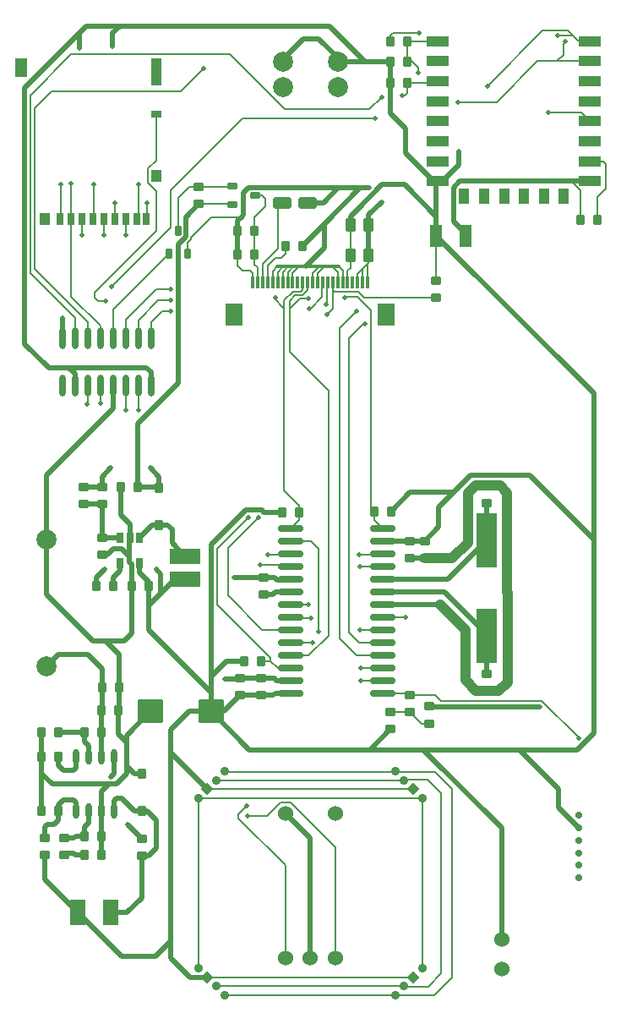
<source format=gtl>
G04 Layer_Physical_Order=1*
G04 Layer_Color=255*
%FSLAX44Y44*%
%MOMM*%
G71*
G01*
G75*
G04:AMPARAMS|DCode=10|XSize=1mm|YSize=0.9mm|CornerRadius=0.1125mm|HoleSize=0mm|Usage=FLASHONLY|Rotation=0.000|XOffset=0mm|YOffset=0mm|HoleType=Round|Shape=RoundedRectangle|*
%AMROUNDEDRECTD10*
21,1,1.0000,0.6750,0,0,0.0*
21,1,0.7750,0.9000,0,0,0.0*
1,1,0.2250,0.3875,-0.3375*
1,1,0.2250,-0.3875,-0.3375*
1,1,0.2250,-0.3875,0.3375*
1,1,0.2250,0.3875,0.3375*
%
%ADD10ROUNDEDRECTD10*%
%ADD11R,2.0000X5.5000*%
%ADD12R,1.3000X1.9000*%
%ADD13R,1.0000X2.8000*%
%ADD14R,1.0000X0.8000*%
%ADD15R,1.0000X1.2000*%
%ADD16R,0.7000X1.2000*%
%ADD17O,2.6000X0.7000*%
G04:AMPARAMS|DCode=18|XSize=1mm|YSize=0.9mm|CornerRadius=0.1125mm|HoleSize=0mm|Usage=FLASHONLY|Rotation=270.000|XOffset=0mm|YOffset=0mm|HoleType=Round|Shape=RoundedRectangle|*
%AMROUNDEDRECTD18*
21,1,1.0000,0.6750,0,0,270.0*
21,1,0.7750,0.9000,0,0,270.0*
1,1,0.2250,-0.3375,-0.3875*
1,1,0.2250,-0.3375,0.3875*
1,1,0.2250,0.3375,0.3875*
1,1,0.2250,0.3375,-0.3875*
%
%ADD18ROUNDEDRECTD18*%
G04:AMPARAMS|DCode=19|XSize=1.8mm|YSize=1.2mm|CornerRadius=0.15mm|HoleSize=0mm|Usage=FLASHONLY|Rotation=180.000|XOffset=0mm|YOffset=0mm|HoleType=Round|Shape=RoundedRectangle|*
%AMROUNDEDRECTD19*
21,1,1.8000,0.9000,0,0,180.0*
21,1,1.5000,1.2000,0,0,180.0*
1,1,0.3000,-0.7500,0.4500*
1,1,0.3000,0.7500,0.4500*
1,1,0.3000,0.7500,-0.4500*
1,1,0.3000,-0.7500,-0.4500*
%
%ADD19ROUNDEDRECTD19*%
%ADD20R,1.8000X2.2000*%
%ADD21R,0.3000X1.3000*%
G04:AMPARAMS|DCode=22|XSize=0.6mm|YSize=1mm|CornerRadius=0.075mm|HoleSize=0mm|Usage=FLASHONLY|Rotation=270.000|XOffset=0mm|YOffset=0mm|HoleType=Round|Shape=RoundedRectangle|*
%AMROUNDEDRECTD22*
21,1,0.6000,0.8500,0,0,270.0*
21,1,0.4500,1.0000,0,0,270.0*
1,1,0.1500,-0.4250,-0.2250*
1,1,0.1500,-0.4250,0.2250*
1,1,0.1500,0.4250,0.2250*
1,1,0.1500,0.4250,-0.2250*
%
%ADD22ROUNDEDRECTD22*%
G04:AMPARAMS|DCode=23|XSize=1.4mm|YSize=1mm|CornerRadius=0.125mm|HoleSize=0mm|Usage=FLASHONLY|Rotation=270.000|XOffset=0mm|YOffset=0mm|HoleType=Round|Shape=RoundedRectangle|*
%AMROUNDEDRECTD23*
21,1,1.4000,0.7500,0,0,270.0*
21,1,1.1500,1.0000,0,0,270.0*
1,1,0.2500,-0.3750,-0.5750*
1,1,0.2500,-0.3750,0.5750*
1,1,0.2500,0.3750,0.5750*
1,1,0.2500,0.3750,-0.5750*
%
%ADD23ROUNDEDRECTD23*%
G04:AMPARAMS|DCode=24|XSize=0.6mm|YSize=1.1mm|CornerRadius=0.075mm|HoleSize=0mm|Usage=FLASHONLY|Rotation=180.000|XOffset=0mm|YOffset=0mm|HoleType=Round|Shape=RoundedRectangle|*
%AMROUNDEDRECTD24*
21,1,0.6000,0.9500,0,0,180.0*
21,1,0.4500,1.1000,0,0,180.0*
1,1,0.1500,-0.2250,0.4750*
1,1,0.1500,0.2250,0.4750*
1,1,0.1500,0.2250,-0.4750*
1,1,0.1500,-0.2250,-0.4750*
%
%ADD24ROUNDEDRECTD24*%
G04:AMPARAMS|DCode=25|XSize=0.8mm|YSize=1mm|CornerRadius=0.1mm|HoleSize=0mm|Usage=FLASHONLY|Rotation=0.000|XOffset=0mm|YOffset=0mm|HoleType=Round|Shape=RoundedRectangle|*
%AMROUNDEDRECTD25*
21,1,0.8000,0.8000,0,0,0.0*
21,1,0.6000,1.0000,0,0,0.0*
1,1,0.2000,0.3000,-0.4000*
1,1,0.2000,-0.3000,-0.4000*
1,1,0.2000,-0.3000,0.4000*
1,1,0.2000,0.3000,0.4000*
%
%ADD25ROUNDEDRECTD25*%
%ADD26O,0.6000X2.2000*%
%ADD27O,0.6000X1.6000*%
G04:AMPARAMS|DCode=28|XSize=2.45mm|YSize=2.55mm|CornerRadius=0.245mm|HoleSize=0mm|Usage=FLASHONLY|Rotation=90.000|XOffset=0mm|YOffset=0mm|HoleType=Round|Shape=RoundedRectangle|*
%AMROUNDEDRECTD28*
21,1,2.4500,2.0600,0,0,90.0*
21,1,1.9600,2.5500,0,0,90.0*
1,1,0.4900,1.0300,0.9800*
1,1,0.4900,1.0300,-0.9800*
1,1,0.4900,-1.0300,-0.9800*
1,1,0.4900,-1.0300,0.9800*
%
%ADD28ROUNDEDRECTD28*%
G04:AMPARAMS|DCode=29|XSize=0.6mm|YSize=1mm|CornerRadius=0.075mm|HoleSize=0mm|Usage=FLASHONLY|Rotation=0.000|XOffset=0mm|YOffset=0mm|HoleType=Round|Shape=RoundedRectangle|*
%AMROUNDEDRECTD29*
21,1,0.6000,0.8500,0,0,0.0*
21,1,0.4500,1.0000,0,0,0.0*
1,1,0.1500,0.2250,-0.4250*
1,1,0.1500,-0.2250,-0.4250*
1,1,0.1500,-0.2250,0.4250*
1,1,0.1500,0.2250,0.4250*
%
%ADD29ROUNDEDRECTD29*%
%ADD30R,3.0500X1.5200*%
%ADD31R,1.5500X2.6000*%
%ADD32R,1.0000X1.5000*%
%ADD33R,2.2500X1.0000*%
%ADD34R,1.1430X2.2860*%
%ADD35C,0.2000*%
%ADD36C,0.5000*%
%ADD37C,0.3000*%
%ADD38C,1.0000*%
%ADD39C,1.5240*%
%ADD40C,2.0000*%
%ADD41C,0.9000*%
%ADD42P,1.2728X4X90.0*%
%ADD43P,1.2728X4X180.0*%
%ADD44C,0.7000*%
%ADD45C,0.5000*%
D10*
X253500Y423000D02*
D03*
Y440000D02*
D03*
X400000Y305500D02*
D03*
Y322500D02*
D03*
X380500Y288500D02*
D03*
Y305500D02*
D03*
X477000Y532000D02*
D03*
Y515000D02*
D03*
X477000Y327000D02*
D03*
Y344000D02*
D03*
X419500Y294000D02*
D03*
Y311000D02*
D03*
X399500Y476500D02*
D03*
Y459500D02*
D03*
X415000Y476500D02*
D03*
Y459500D02*
D03*
X229500Y322000D02*
D03*
Y339000D02*
D03*
X250500Y322000D02*
D03*
Y339000D02*
D03*
X188500Y814250D02*
D03*
Y831250D02*
D03*
X91250Y480250D02*
D03*
Y463250D02*
D03*
Y530500D02*
D03*
Y513500D02*
D03*
X73250Y530500D02*
D03*
Y513500D02*
D03*
X53500Y179750D02*
D03*
Y162750D02*
D03*
X131500Y178500D02*
D03*
Y161500D02*
D03*
X34070Y162750D02*
D03*
Y179750D02*
D03*
X425767Y737500D02*
D03*
Y720500D02*
D03*
D11*
X477000Y382000D02*
D03*
Y477000D02*
D03*
D12*
X10500Y950500D02*
D03*
D13*
X145500Y946000D02*
D03*
D14*
Y904500D02*
D03*
D15*
Y842500D02*
D03*
X34000Y799500D02*
D03*
D16*
X136000D02*
D03*
X126500D02*
D03*
X115500D02*
D03*
X104500D02*
D03*
X93500D02*
D03*
X82500D02*
D03*
X71500D02*
D03*
X60500D02*
D03*
X49500D02*
D03*
D17*
X372500Y323950D02*
D03*
Y336650D02*
D03*
Y349350D02*
D03*
Y362050D02*
D03*
Y374750D02*
D03*
Y387450D02*
D03*
Y400150D02*
D03*
Y412850D02*
D03*
Y425550D02*
D03*
Y438250D02*
D03*
Y450950D02*
D03*
Y463650D02*
D03*
Y476350D02*
D03*
Y489050D02*
D03*
X280500Y323950D02*
D03*
Y336650D02*
D03*
Y349350D02*
D03*
Y362050D02*
D03*
Y374750D02*
D03*
Y387450D02*
D03*
Y400150D02*
D03*
Y412850D02*
D03*
Y425550D02*
D03*
Y438250D02*
D03*
Y450950D02*
D03*
Y463650D02*
D03*
Y476350D02*
D03*
Y489050D02*
D03*
D18*
X275000Y772250D02*
D03*
X292000D02*
D03*
X227250Y787500D02*
D03*
X244250D02*
D03*
X244250Y763750D02*
D03*
X227250D02*
D03*
X138000Y431500D02*
D03*
X121000D02*
D03*
X85750Y431750D02*
D03*
X102750D02*
D03*
X127250Y530500D02*
D03*
X110250D02*
D03*
X91000Y307500D02*
D03*
X108000D02*
D03*
X48000Y260250D02*
D03*
X31000D02*
D03*
X48000Y206250D02*
D03*
X31000D02*
D03*
X74000Y285250D02*
D03*
X91000D02*
D03*
X73830Y162370D02*
D03*
X90830D02*
D03*
X73830Y181420D02*
D03*
X90830D02*
D03*
X272000Y505500D02*
D03*
X289000D02*
D03*
X31000Y285250D02*
D03*
X48000D02*
D03*
X91250Y329750D02*
D03*
X108250D02*
D03*
X234000Y356500D02*
D03*
X251000D02*
D03*
X397500Y977000D02*
D03*
X380500D02*
D03*
X380500Y956250D02*
D03*
X397500D02*
D03*
X380500Y935500D02*
D03*
X397500D02*
D03*
X381000Y506500D02*
D03*
X364000D02*
D03*
X588000Y798500D02*
D03*
X571000D02*
D03*
D19*
X297750Y815500D02*
D03*
X271750D02*
D03*
D20*
X223500Y703500D02*
D03*
X376500D02*
D03*
D21*
X242500Y736000D02*
D03*
X247500D02*
D03*
X252500D02*
D03*
X257500D02*
D03*
X262500D02*
D03*
X267500D02*
D03*
X272500D02*
D03*
X277500D02*
D03*
X282500D02*
D03*
X287500D02*
D03*
X292500D02*
D03*
X297500D02*
D03*
X302500D02*
D03*
X307500D02*
D03*
X312500D02*
D03*
X317500D02*
D03*
X322500D02*
D03*
X327500D02*
D03*
X332500D02*
D03*
X337500D02*
D03*
X342500D02*
D03*
X347500D02*
D03*
X352500D02*
D03*
X357500D02*
D03*
D22*
X245000Y823000D02*
D03*
X222000Y813500D02*
D03*
Y832500D02*
D03*
D23*
X358500Y792750D02*
D03*
X340500D02*
D03*
Y763000D02*
D03*
X358500D02*
D03*
D24*
X109750Y454250D02*
D03*
X128750Y480250D02*
D03*
X119250D02*
D03*
X109750D02*
D03*
X128750Y454250D02*
D03*
D25*
X131500Y243500D02*
D03*
Y206500D02*
D03*
X148750Y493000D02*
D03*
Y530000D02*
D03*
D26*
X140450Y680000D02*
D03*
X127750D02*
D03*
X115050D02*
D03*
X102350D02*
D03*
X89650D02*
D03*
X76950D02*
D03*
X64250D02*
D03*
X140450Y632000D02*
D03*
X127750D02*
D03*
X115050D02*
D03*
X102350D02*
D03*
X89650D02*
D03*
X76950D02*
D03*
X64250D02*
D03*
X51550Y680000D02*
D03*
Y632000D02*
D03*
D27*
X103610Y260280D02*
D03*
X90910D02*
D03*
X78210D02*
D03*
X65510D02*
D03*
X103610Y206280D02*
D03*
X90910D02*
D03*
X78210D02*
D03*
X65510D02*
D03*
D28*
X140250Y306000D02*
D03*
X200750D02*
D03*
D29*
X167750Y787500D02*
D03*
X177250Y764500D02*
D03*
X158250D02*
D03*
D30*
X175000Y438550D02*
D03*
Y461450D02*
D03*
D31*
X67100Y104500D02*
D03*
X99900D02*
D03*
D32*
X554250Y822000D02*
D03*
X534250D02*
D03*
X514250D02*
D03*
X494250D02*
D03*
X474250D02*
D03*
X454250D02*
D03*
D33*
X428000Y837000D02*
D03*
Y857000D02*
D03*
Y877000D02*
D03*
Y897000D02*
D03*
Y917000D02*
D03*
Y937000D02*
D03*
Y957000D02*
D03*
Y977000D02*
D03*
X580500D02*
D03*
Y957000D02*
D03*
Y937000D02*
D03*
Y917000D02*
D03*
Y897000D02*
D03*
Y877000D02*
D03*
Y857000D02*
D03*
Y837000D02*
D03*
D34*
X455605Y782000D02*
D03*
X426395D02*
D03*
D35*
X160000Y790500D02*
Y827500D01*
X100750Y731250D02*
X160000Y790500D01*
X76750Y614000D02*
X76950Y614200D01*
Y632000D01*
X135500Y800000D02*
X136500Y801000D01*
X308000Y385500D02*
Y468500D01*
X308500Y469000D01*
X299000Y709500D02*
X300500D01*
X312000Y721000D01*
X316500Y703000D02*
X323000Y709500D01*
X317000Y734500D02*
X318000Y735500D01*
X317000Y715000D02*
Y734500D01*
X316000Y714000D02*
X317000Y715000D01*
X312000Y721000D02*
Y735500D01*
X151500Y706500D02*
X160000D01*
X140450Y695450D02*
X151500Y706500D01*
X147750Y717750D02*
X160000D01*
X127750Y697750D02*
X147750Y717750D01*
X146000Y729000D02*
X160000D01*
X115050Y698050D02*
X146000Y729000D01*
X547500Y957000D02*
X580500D01*
X528000D02*
X547500D01*
X553500Y963000D01*
Y974500D02*
X556000Y977000D01*
X553500Y963000D02*
Y974500D01*
X563500Y982500D02*
X568500Y977500D01*
X558500Y987500D02*
X563500Y982500D01*
X548000D02*
X563500D01*
X533000Y987500D02*
X558500D01*
X477500Y932000D02*
X533000Y987500D01*
X487000Y916000D02*
X528000Y957000D01*
X448000Y916000D02*
X487000D01*
X539000Y906000D02*
X571500D01*
X571500Y906000D01*
X408500Y945500D02*
Y950500D01*
X397500Y956250D02*
X400125Y958875D01*
X383000Y985500D02*
X409000D01*
X380500Y983000D02*
X383000Y985500D01*
X89650Y614150D02*
Y632000D01*
X263500Y720000D02*
X265000D01*
X257500Y463000D02*
X279850D01*
X280500Y463650D01*
Y400150D02*
X281150Y399500D01*
X301000D01*
X280750Y375000D02*
X281250Y374500D01*
X302500D01*
X350050Y387450D02*
X372500D01*
X350000Y387500D02*
X350050Y387450D01*
X136500Y801000D02*
Y815500D01*
X104500Y799500D02*
Y815000D01*
X250000Y452500D02*
X278950D01*
X280500Y450950D01*
X580000Y977500D02*
X580500Y977000D01*
X568500Y977500D02*
X580000D01*
X280500Y489050D02*
X289000Y497550D01*
X280500Y412850D02*
X297850D01*
X372500Y400150D02*
X395850D01*
X280500Y362050D02*
X298550D01*
X280500Y374750D02*
X280750Y375000D01*
X372500Y323950D02*
X398550D01*
X280500Y476350D02*
X301150D01*
X394250Y30597D02*
Y30980D01*
X402770Y245210D02*
X402770Y245210D01*
X442000Y40000D02*
Y228500D01*
X424000Y22000D02*
X442000Y40000D01*
X385270Y22000D02*
X424000D01*
X205730Y30597D02*
Y30980D01*
X187769Y48941D02*
X187769Y48941D01*
X187769Y48941D02*
Y219270D01*
X394250Y30980D02*
X394250Y30980D01*
X205730Y30980D02*
X394250D01*
X214710Y22000D02*
X385270D01*
X242500Y736000D02*
Y744750D01*
X239750Y747500D02*
X242500Y744750D01*
X232250Y747500D02*
X239750D01*
X227250Y752500D02*
X232250Y747500D01*
X227250Y752500D02*
Y763750D01*
X244250Y753750D02*
Y763750D01*
Y753750D02*
X247500Y750500D01*
Y736000D02*
Y750500D01*
X252500Y754500D02*
X267500Y769500D01*
X252500Y736000D02*
Y754500D01*
X289000Y497550D02*
Y505500D01*
X179000Y831250D02*
X188500D01*
X267500Y811250D02*
X271750Y815500D01*
X267500Y769500D02*
Y811250D01*
X340500Y763000D02*
Y792750D01*
X221250Y814250D02*
X222000Y813500D01*
X188500Y814250D02*
X221250D01*
X220750Y831250D02*
X222000Y832500D01*
X188500Y831250D02*
X220750D01*
X201000Y801000D02*
X231000D01*
X352500Y749000D02*
X357500Y754000D01*
X347500Y744000D02*
X352500Y749000D01*
Y736000D02*
Y749000D01*
X347500Y736000D02*
Y744000D01*
X277500Y745750D02*
X283250Y751500D01*
X277500Y736000D02*
Y745750D01*
X272500D02*
X278250Y751500D01*
X272500Y736000D02*
Y745750D01*
X273000Y751500D02*
X273250D01*
X267500Y746000D02*
X273000Y751500D01*
X267500Y736000D02*
Y746000D01*
X262500Y747000D02*
X267000Y751500D01*
X262500Y736000D02*
Y747000D01*
X328500Y751500D02*
X332500Y747500D01*
Y736000D02*
Y747500D01*
X257500Y736000D02*
X257500Y736000D01*
X257500Y736000D02*
Y752500D01*
X265000Y760000D01*
X270750D01*
X275000Y764250D01*
X244250Y787500D02*
X244250Y787500D01*
Y763750D02*
Y787500D01*
X244250Y787500D02*
Y800500D01*
X255250Y811500D01*
Y819750D01*
X252000Y823000D02*
X255250Y819750D01*
X245000Y823000D02*
X252000D01*
X397500Y977000D02*
X428000D01*
X397500Y956250D02*
Y977000D01*
X397500Y977000D01*
X571500Y906000D02*
X580500Y897000D01*
X167750Y820000D02*
X179000Y831250D01*
X380500Y305500D02*
X400000D01*
X411500Y294000D01*
X419500D01*
X398550Y323950D02*
X400000Y322500D01*
X394250Y237230D02*
Y237614D01*
X425290Y245210D02*
X442000Y228500D01*
X402770Y245210D02*
X425290D01*
X187769Y219270D02*
X188153Y218885D01*
X412211Y48941D02*
Y219269D01*
X205730Y237230D02*
X394250D01*
X394250Y237230D01*
X418097Y30597D02*
X431500Y44000D01*
X417887Y237614D02*
X431500Y224000D01*
Y44000D02*
Y224000D01*
X196749Y39961D02*
X403230D01*
X403231Y39960D01*
X350650Y336650D02*
X372500D01*
X350650Y349350D02*
X372500D01*
X214710Y246210D02*
X215710Y245210D01*
X327500Y736000D02*
Y746000D01*
X322000Y751500D02*
X327500Y746000D01*
X337500Y736000D02*
Y747250D01*
X340500Y750250D01*
Y763000D01*
X135500Y800000D02*
X136000Y799500D01*
X177250Y764500D02*
Y775297D01*
X180750Y778797D01*
Y780750D01*
X201000Y801000D01*
X126500Y799500D02*
X126500Y799500D01*
X64250Y680000D02*
Y700250D01*
X19500Y923000D02*
X60500Y964000D01*
X274814Y909000D02*
X359500D01*
X76950Y680000D02*
Y696050D01*
X23500Y749500D02*
X76950Y696050D01*
X19500Y745000D02*
X64250Y700250D01*
X60500Y964000D02*
X219814D01*
X23500Y910000D02*
X40500Y927000D01*
X170500D01*
X193000Y949500D01*
X89650Y680000D02*
Y692350D01*
X60500Y721500D02*
X89650Y692350D01*
X102350Y680000D02*
Y708600D01*
X127750Y680000D02*
Y697750D01*
X317500Y736000D02*
X318000Y735500D01*
X140450Y680000D02*
Y695450D01*
X279900Y400750D02*
X280500Y400150D01*
X400000Y322500D02*
X425000D01*
X569000Y279000D02*
Y279778D01*
X267650Y349350D02*
X280500D01*
X251000Y356500D02*
X260500D01*
X267650Y349350D01*
X260500Y356500D02*
Y359343D01*
X307500Y736000D02*
Y744500D01*
X314500Y751500D01*
X302500Y736000D02*
Y744500D01*
X309500Y751500D01*
X364000Y497550D02*
X372500Y489050D01*
X364000Y497550D02*
Y506500D01*
X270601Y214620D02*
X280380D01*
X325000Y170000D01*
Y59000D02*
Y170000D01*
X237000Y201000D02*
X256981D01*
X270601Y214620D01*
X275000Y59000D02*
Y152000D01*
X228000Y199000D02*
X275000Y152000D01*
X228000Y199000D02*
Y203000D01*
X236500Y211500D01*
X252050Y387450D02*
X280500D01*
X217500Y422000D02*
X252050Y387450D01*
X298550Y362050D02*
X318500Y382000D01*
X207000Y412843D02*
Y469222D01*
X217500Y422000D02*
Y469500D01*
X207000Y412843D02*
X260500Y359343D01*
X217500Y469500D02*
X248500Y500500D01*
X301150Y476350D02*
X308500Y469000D01*
X207000Y469222D02*
X237778Y500000D01*
X238500D01*
X115050Y607950D02*
Y632000D01*
X357500Y736000D02*
Y754000D01*
X282500Y736000D02*
Y745000D01*
X289000Y751500D01*
X289000Y505500D02*
Y512000D01*
X102350Y708600D02*
X158250Y764500D01*
X137500Y835257D02*
Y849743D01*
X145500Y857743D01*
Y904500D01*
X137500Y835257D02*
X145500Y827257D01*
X87000Y717000D02*
X95000D01*
X84000Y720000D02*
X87000Y717000D01*
X71500Y783000D02*
Y799500D01*
X115050Y680000D02*
Y698050D01*
X318500Y382000D02*
Y627000D01*
X274000Y527000D02*
X289000Y512000D01*
X290243Y726500D02*
X292000Y728257D01*
Y735500D01*
X292500Y736000D01*
X274000Y717500D02*
X283000Y726500D01*
X290243D01*
X297000Y735500D02*
X297500Y736000D01*
X297000Y727600D02*
Y735500D01*
X115500Y783000D02*
Y799500D01*
X291900Y722500D02*
X297000Y727600D01*
X274000Y527000D02*
Y709500D01*
Y717500D01*
X346450Y362050D02*
X372500D01*
X329500Y379000D02*
X346450Y362050D01*
X357500Y754000D02*
X358500Y755000D01*
Y763000D01*
X426500Y935500D02*
X428000Y937000D01*
X397500Y935500D02*
X426500D01*
X348750Y374750D02*
X372500D01*
X338500Y385000D02*
X348750Y374750D01*
X338500Y385000D02*
Y679500D01*
X329500Y379000D02*
Y689500D01*
X279500Y717343D02*
X284657Y722500D01*
X279500Y666000D02*
X318500Y627000D01*
X329500Y689500D02*
X346500Y706500D01*
X338500Y679500D02*
X353500Y694500D01*
X355000D01*
X93500Y783000D02*
Y799500D01*
X284657Y722500D02*
X291900D01*
X279500Y666000D02*
Y709500D01*
Y717343D01*
Y709500D02*
X289500Y719500D01*
X298000D01*
X312000Y735500D02*
X312500Y736000D01*
X361000Y509500D02*
X364000Y506500D01*
X361000Y509500D02*
Y708000D01*
X347500Y721500D02*
X361000Y708000D01*
X334000Y721500D02*
X334000Y721500D01*
X588000Y798500D02*
Y821500D01*
X596000Y829500D01*
Y854500D01*
X593500Y857000D02*
X596000Y854500D01*
X580500Y857000D02*
X593500D01*
X571000Y798500D02*
Y827500D01*
X561500Y837000D02*
X571000Y827500D01*
X561500Y837000D02*
X561500D01*
X371850Y463000D02*
X372500Y463650D01*
X349000Y463000D02*
X371850D01*
X350000Y450950D02*
X372500D01*
X425000Y322500D02*
X430726Y316774D01*
X532004D01*
X569000Y279778D01*
X128000Y801000D02*
Y834000D01*
X126500Y799500D02*
X128000Y801000D01*
X83500Y800500D02*
Y834000D01*
X82500Y799500D02*
X83500Y800500D01*
X50000Y800000D02*
Y834000D01*
X49500Y799500D02*
X50000Y800000D01*
X196749Y228250D02*
X403230D01*
X188153Y218885D02*
X412211D01*
X394250Y30597D02*
X418097D01*
X394250Y237614D02*
X417887D01*
X215710Y245210D02*
X402770D01*
X60500Y721500D02*
Y799500D01*
X19500Y745000D02*
Y923000D01*
X145500Y787000D02*
Y827257D01*
X167750Y787500D02*
Y820000D01*
X23500Y749500D02*
Y910000D01*
X263500Y720000D02*
X274000Y709500D01*
X60500Y799500D02*
Y834000D01*
X60000Y834500D02*
X60500Y834000D01*
X425767Y737500D02*
Y781372D01*
X334000Y721500D02*
X334999Y720501D01*
Y719999D02*
Y720501D01*
X354157Y720500D02*
X425767D01*
X348157Y726500D02*
X354157Y720500D01*
X324757Y726500D02*
X348157D01*
X323000Y728257D02*
X324757Y726500D01*
X323000Y728257D02*
Y735500D01*
Y709500D02*
Y728257D01*
X334000Y721500D02*
X347500D01*
X359500Y909000D02*
X371500Y921000D01*
X275000Y764250D02*
Y772250D01*
X380500Y977000D02*
Y983000D01*
X425767Y781372D02*
X426395Y782000D01*
X127750Y607750D02*
Y632000D01*
X84000Y720000D02*
Y725500D01*
X145500Y787000D01*
X219814Y964000D02*
X274814Y909000D01*
X160000Y827500D02*
X232500Y900000D01*
X365000D01*
X397500Y925000D02*
Y935500D01*
X395000Y922500D02*
X397500Y925000D01*
X392500Y922500D02*
X395000D01*
X400125Y958875D02*
X408500Y950500D01*
D36*
X51500Y680050D02*
X52000Y680550D01*
X35800Y478500D02*
Y542800D01*
X102350Y609350D01*
Y632000D01*
X423500Y837000D02*
X426395Y834105D01*
X180059Y39941D02*
X196749D01*
X52000Y680550D02*
Y700000D01*
X103750Y243750D02*
Y260140D01*
X100500Y240499D02*
X103750Y243750D01*
X119250Y480250D02*
Y493750D01*
X110250Y502750D02*
X119250Y493750D01*
X214000Y338500D02*
X229000D01*
X229500Y339000D01*
X65510Y206280D02*
Y214490D01*
X62500Y217500D02*
X65510Y214490D01*
X53000Y217500D02*
X62500D01*
X48000Y212500D02*
X53000Y217500D01*
X48000Y206250D02*
Y212500D01*
X372500Y476350D02*
X399350D01*
X77000Y363000D02*
X91250Y348750D01*
X47300Y363000D02*
X77000D01*
X35800Y351500D02*
X47300Y363000D01*
X95000Y376500D02*
X113500D01*
X108250Y329750D02*
Y363250D01*
X95000Y376500D02*
X108250Y363250D01*
X113500Y376500D02*
X121000Y384000D01*
X35800Y423200D02*
X82500Y376500D01*
X35800Y423200D02*
Y478500D01*
X140450Y632000D02*
Y645550D01*
X136000Y650000D02*
X140450Y645550D01*
X58000Y650000D02*
X136000D01*
X64250Y632000D02*
Y643750D01*
X58000Y650000D02*
X64250Y643750D01*
X38000Y650000D02*
X58000D01*
X423500Y837000D02*
X428000D01*
X358500Y792750D02*
Y803250D01*
X314000Y770000D02*
Y794250D01*
X116000Y275250D02*
Y281750D01*
X358500Y763000D02*
Y792750D01*
X250500Y339000D02*
X264000D01*
X253500Y423000D02*
X263000D01*
X265550Y425550D01*
X280500D01*
X279750Y437500D02*
X280500Y438250D01*
X266500Y437500D02*
X279750D01*
X264000Y440000D02*
X266500Y437500D01*
X253500Y440000D02*
X264000D01*
X229500Y339000D02*
X250500D01*
X266350Y336650D02*
X280500D01*
X264000Y339000D02*
X266350Y336650D01*
X229500Y322000D02*
X250500D01*
X443750Y830750D02*
X450000Y837000D01*
X443750Y796250D02*
Y830750D01*
Y796250D02*
X455605Y784395D01*
Y782000D02*
Y784395D01*
X449000Y853000D02*
Y867000D01*
X433000Y837000D02*
X449000Y853000D01*
X428000Y837000D02*
X433000D01*
X340500Y792750D02*
Y801750D01*
X328250Y830500D02*
X350000D01*
X238500D02*
X328250D01*
X313250Y815500D02*
X328250Y830500D01*
X297750Y815500D02*
X313250D01*
X350000Y830500D02*
X358750D01*
X350000Y830250D02*
Y830500D01*
X314000Y794250D02*
X350000Y830250D01*
X340500Y801750D02*
X346500Y807750D01*
X227250Y797250D02*
X231000Y801000D01*
X227250Y763750D02*
X227250Y763750D01*
X227250Y763750D02*
Y787500D01*
Y797250D01*
X150250Y424250D02*
Y443750D01*
X85750Y440500D02*
X93750Y448500D01*
X85750Y431750D02*
Y440500D01*
X110250Y502750D02*
Y530500D01*
X148750Y493000D02*
X156750D01*
X138000Y412000D02*
Y431500D01*
X141500Y493000D02*
X148750D01*
X128750Y480250D02*
X141500Y493000D01*
X73250Y530500D02*
X91250D01*
X73250Y513500D02*
X91250D01*
Y480250D02*
Y513500D01*
X118750Y455500D02*
Y461250D01*
Y479750D01*
X111000Y469000D02*
X118750Y461250D01*
X102500Y469000D02*
X111000D01*
X96750Y463250D02*
X102500Y469000D01*
X91250Y463250D02*
X96750D01*
X121000Y384000D02*
Y431500D01*
X91250Y480250D02*
X109750D01*
X118750Y479750D02*
X119250Y480250D01*
X118750Y455500D02*
X121000Y453250D01*
Y431500D02*
Y453250D01*
X102750Y431750D02*
Y440000D01*
X98000Y233250D02*
X105750D01*
X41750D02*
X98000D01*
X90910Y226160D02*
X98000Y233250D01*
X90910Y206280D02*
Y226160D01*
X131500Y161500D02*
X138250D01*
X146000Y169250D01*
Y196750D01*
X136250Y206500D02*
X146000Y196750D01*
X131500Y206500D02*
X136250D01*
X103610Y260280D02*
X103750Y260140D01*
X117250Y192750D02*
X131500Y178500D01*
X103610Y206280D02*
Y216610D01*
X106000Y219000D01*
X111000D01*
X123500Y206500D01*
X131500D01*
X116000Y243500D02*
Y251000D01*
X123500Y243500D02*
X131500D01*
X116000Y251000D02*
X123500Y243500D01*
X116000Y251000D02*
Y275250D01*
X31000Y206250D02*
Y244000D01*
Y260250D01*
Y244000D02*
X41750Y233250D01*
X105750D02*
X116000Y243500D01*
X108000Y283250D02*
X116000Y275250D01*
X108000Y283250D02*
Y307500D01*
X90830Y206200D02*
X90910Y206280D01*
X90830Y181420D02*
Y206200D01*
Y162370D02*
Y181420D01*
X53500Y162750D02*
X54500Y163750D01*
X53500Y179750D02*
X54000Y179250D01*
X63000D01*
X65170Y181420D01*
X73830D01*
X78210Y194960D02*
Y206280D01*
X73830Y190580D02*
X78210Y194960D01*
X73830Y181420D02*
Y190580D01*
X34070Y179750D02*
Y190070D01*
X36750Y192750D01*
X43500D01*
X48000Y197250D01*
Y206250D01*
Y251750D02*
Y260250D01*
Y251750D02*
X52500Y247250D01*
X62750D01*
X65510Y250010D01*
Y260280D01*
X31000Y260250D02*
X31000Y260250D01*
X31000Y260250D02*
Y285250D01*
X48000D02*
X48000Y285250D01*
X74000D01*
X78210Y260280D02*
Y272040D01*
X74000Y276250D02*
X78210Y272040D01*
X74000Y276250D02*
Y285250D01*
X90910Y260280D02*
X91000Y260370D01*
Y285250D01*
Y307500D01*
X91250Y307750D01*
Y329750D01*
Y348750D01*
X108000Y307500D02*
X108250Y307750D01*
Y329750D01*
X116000Y281750D02*
X140250Y306000D01*
X200750D02*
X213500D01*
X160500Y287500D02*
X179000Y306000D01*
X200750D01*
X138000Y387750D02*
Y412000D01*
X216000Y356500D02*
X234000D01*
X138000Y387750D02*
X200750Y325000D01*
Y306000D02*
Y325000D01*
Y341250D01*
X426395Y801605D02*
Y834105D01*
X380450Y956200D02*
X380500Y956250D01*
Y935500D02*
Y956250D01*
X346500Y807750D02*
X346500D01*
X358500Y803250D02*
X371500Y816250D01*
X372250Y833500D02*
X394500D01*
X346500Y807750D02*
X372250Y833500D01*
X359600Y267600D02*
X380500Y288500D01*
X51500Y680050D02*
X51550Y680000D01*
X399350Y476350D02*
X399500Y476500D01*
X415000D01*
X399500Y459500D02*
X415000D01*
X477000Y344000D02*
Y382000D01*
Y477000D02*
Y515000D01*
X477000Y515000D02*
X477000Y515000D01*
X438250Y438250D02*
X477000Y477000D01*
X429000Y490500D02*
Y510500D01*
X415000Y476500D02*
X429000Y490500D01*
X381000Y506500D02*
X400000Y525500D01*
X444000D01*
X429000Y510500D02*
X444000Y525500D01*
X461000Y542500D01*
X272500Y956200D02*
Y959042D01*
X292958Y979500D01*
X327500Y956200D02*
Y960500D01*
X308500Y979500D02*
X327500Y960500D01*
X292958Y979500D02*
X308500D01*
X395500Y865000D02*
X423500Y837000D01*
X461000Y542500D02*
X520000D01*
X213500Y306000D02*
X229500Y322000D01*
X145500Y448500D02*
X150250Y443750D01*
X138000Y412000D02*
X150250Y424250D01*
X128750Y445500D02*
Y454250D01*
Y445500D02*
X138000Y436250D01*
Y431500D02*
Y436250D01*
X109750Y447000D02*
Y454250D01*
X102750Y440000D02*
X109750Y447000D01*
X355300Y956200D02*
X380450D01*
X175250Y781075D02*
Y801000D01*
X188500Y814250D01*
X14000Y674000D02*
X38000Y650000D01*
X68500Y970000D02*
Y985000D01*
X14000Y930500D02*
X68500Y985000D01*
X75500Y992000D01*
X102000Y985000D02*
X109000Y992000D01*
X102000Y971500D02*
Y985000D01*
X75500Y992000D02*
X109000D01*
X394500Y833500D02*
X426395Y801605D01*
X327500Y956200D02*
X355300D01*
X109000Y992000D02*
X319500D01*
X355300Y956200D01*
X231000Y801000D02*
X233000Y803000D01*
Y825000D01*
X238500Y830500D01*
X380500Y905000D02*
X395500Y890000D01*
Y865000D02*
Y890000D01*
X200750Y341250D02*
X216000Y356500D01*
X477000Y382000D02*
Y383400D01*
X223500Y440000D02*
X253500D01*
X510000Y267600D02*
X549000Y228600D01*
Y209500D02*
Y228600D01*
X419500Y311000D02*
X420000Y310500D01*
X567499Y267600D02*
X584000Y284100D01*
X510000Y267600D02*
X567499D01*
X584000Y284100D02*
Y478500D01*
X420000Y310500D02*
X530500D01*
X300000Y59000D02*
Y179000D01*
X200750Y306000D02*
X239150Y267600D01*
X359600D01*
X250500Y322000D02*
X263000D01*
X264950Y323950D01*
X280500D01*
X520000Y542500D02*
X584000Y478500D01*
X275000Y204000D02*
X300000Y179000D01*
X251399Y507500D02*
X253400Y505500D01*
X272000D01*
X235379Y507500D02*
X251399D01*
X200750Y472871D02*
X235379Y507500D01*
X584000Y478500D02*
Y624395D01*
X54500Y163750D02*
X63250D01*
X64630Y162370D01*
X73830D01*
X296000Y752000D02*
X314000Y770000D01*
X296000Y751500D02*
Y752000D01*
X34070Y137530D02*
Y162750D01*
Y137530D02*
X67100Y104500D01*
X99900D02*
X116500D01*
X131500Y119500D01*
Y161500D01*
X450000Y837000D02*
X550500D01*
X561500D01*
X561500D02*
X580500D01*
X156750Y493000D02*
X161500Y488250D01*
Y474950D02*
Y488250D01*
Y474950D02*
X175000Y461450D01*
X150250Y424250D02*
X164550Y438550D01*
X175000D01*
X82500Y376500D02*
X95000D01*
X200750Y341250D02*
Y472871D01*
X492000Y78000D02*
Y189100D01*
X413500Y267600D02*
X492000Y189100D01*
X359600Y267600D02*
X413500D01*
X510000D01*
X549000Y209500D02*
X569000Y189500D01*
X111100Y60500D02*
X145250D01*
X67100Y104500D02*
X111100Y60500D01*
X127250Y594000D02*
X167750Y634500D01*
Y773575D01*
X175250Y781075D01*
X372500Y438250D02*
X438250D01*
X372500Y412850D02*
X430650D01*
X434850Y425550D02*
X477000Y383400D01*
X372500Y425550D02*
X434850D01*
X127250Y530500D02*
X148250D01*
X148750Y530000D01*
X127250Y530500D02*
Y594000D01*
X91250Y530500D02*
Y541250D01*
X100000Y550000D01*
X148750Y530000D02*
Y541250D01*
X140000Y550000D02*
X148750Y541250D01*
X145250Y60500D02*
X160500Y75750D01*
Y264499D02*
X196749Y228250D01*
X160500Y75750D02*
Y264499D01*
Y287500D01*
X196749Y39941D02*
Y39961D01*
X160500Y59500D02*
X180059Y39941D01*
X160500Y59500D02*
Y75750D01*
X14000Y674000D02*
Y930500D01*
X292000Y772250D02*
X314000Y794250D01*
X426395Y782000D02*
Y801605D01*
Y782000D02*
X584000Y624395D01*
X380500Y905000D02*
Y935500D01*
D37*
X309500Y751500D02*
X314500D01*
X322000D02*
X328500D01*
X314500D02*
X322000D01*
X283250D02*
X289000D01*
X278250D02*
X283250D01*
X273250D02*
X278250D01*
X267000D02*
X273000D01*
X289000D02*
X296000D01*
X309500D01*
D38*
X415000Y459500D02*
X442500D01*
X458000Y475000D01*
Y524500D01*
X488500Y327000D02*
X497750Y335000D01*
X458000Y524500D02*
X465500Y532000D01*
X477000D01*
X477000Y327000D02*
X488500D01*
X466000D02*
X477000D01*
X455500Y337500D02*
X466000Y327000D01*
X477000Y532000D02*
X490000D01*
X455500Y337500D02*
Y388000D01*
X430650Y412850D02*
X455500Y388000D01*
X490000Y532000D02*
X497500Y524500D01*
Y522500D02*
Y524500D01*
Y487500D02*
Y522500D01*
Y426000D02*
X497750Y425000D01*
X497500Y426000D02*
Y487500D01*
X497750Y372000D02*
Y425000D01*
Y372000D02*
X497750D01*
Y335000D02*
Y372000D01*
X497750Y335000D02*
X497750Y335000D01*
D39*
X492000Y78000D02*
D03*
Y48000D02*
D03*
X275000Y59000D02*
D03*
X300000D02*
D03*
X325000D02*
D03*
Y204000D02*
D03*
X275000D02*
D03*
D40*
X35800Y478500D02*
D03*
Y351500D02*
D03*
X272500Y956200D02*
D03*
Y930800D02*
D03*
X327500D02*
D03*
Y956200D02*
D03*
D41*
X385270Y22000D02*
D03*
X394250Y30980D02*
D03*
X412211Y48941D02*
D03*
X214710Y22000D02*
D03*
X205730Y30980D02*
D03*
X187769Y48941D02*
D03*
X385270Y246210D02*
D03*
X394250Y237230D02*
D03*
X412211Y219269D02*
D03*
X214710Y246210D02*
D03*
X205730Y237230D02*
D03*
X187769Y219270D02*
D03*
D42*
X403231Y39960D02*
D03*
X196749Y228250D02*
D03*
D43*
Y39961D02*
D03*
X403230Y228249D02*
D03*
D44*
X569000Y139500D02*
D03*
Y152000D02*
D03*
Y164500D02*
D03*
Y177000D02*
D03*
Y189500D02*
D03*
Y202000D02*
D03*
D45*
X100750Y731250D02*
D03*
X76750Y614000D02*
D03*
X89650Y614150D02*
D03*
X308000Y385500D02*
D03*
X299000Y709500D02*
D03*
X52000Y700000D02*
D03*
X316500Y703000D02*
D03*
X316000Y714000D02*
D03*
X556000Y977000D02*
D03*
X548000Y982500D02*
D03*
X448000Y916000D02*
D03*
X539000Y906000D02*
D03*
X408500Y945500D02*
D03*
X409000Y985500D02*
D03*
X100500Y240499D02*
D03*
X265000Y720000D02*
D03*
X257500Y463000D02*
D03*
X301000Y399500D02*
D03*
X302500Y374500D02*
D03*
X350000Y387500D02*
D03*
X214000Y338500D02*
D03*
X136500Y815500D02*
D03*
X104500Y815000D02*
D03*
X128000Y834000D02*
D03*
X50000D02*
D03*
X83500D02*
D03*
X250000Y452500D02*
D03*
X449000Y867000D02*
D03*
X93750Y448500D02*
D03*
X117250Y192750D02*
D03*
X358750Y830500D02*
D03*
X371500Y816250D02*
D03*
X497750Y425000D02*
D03*
X350650Y336650D02*
D03*
X350650Y349350D02*
D03*
X145500Y448500D02*
D03*
X68500Y970000D02*
D03*
X102000Y971500D02*
D03*
X193000Y949500D02*
D03*
X223500Y440000D02*
D03*
X297850Y412850D02*
D03*
X569000Y279000D02*
D03*
X530500Y310500D02*
D03*
X395850Y400150D02*
D03*
X237000Y201000D02*
D03*
X236500Y211500D02*
D03*
X248500Y500500D02*
D03*
X238500Y500000D02*
D03*
X115050Y607950D02*
D03*
X95000Y717000D02*
D03*
X71500Y783000D02*
D03*
X115500D02*
D03*
X93500D02*
D03*
X160000Y706500D02*
D03*
Y717750D02*
D03*
Y729000D02*
D03*
X346500Y706500D02*
D03*
X355000Y694500D02*
D03*
X477500Y932000D02*
D03*
X298000Y719500D02*
D03*
X550500Y837000D02*
D03*
X349000Y463000D02*
D03*
X350000Y450950D02*
D03*
X458000Y475000D02*
D03*
Y524500D02*
D03*
X465500Y532000D02*
D03*
X497750Y335000D02*
D03*
X488500Y327000D02*
D03*
X466000D02*
D03*
X455500Y337500D02*
D03*
X442500Y459500D02*
D03*
X430650Y412850D02*
D03*
X100000Y550000D02*
D03*
X140000D02*
D03*
X60000Y834500D02*
D03*
X334999Y719999D02*
D03*
X371500Y921000D02*
D03*
X490000Y532000D02*
D03*
X497500Y522500D02*
D03*
X127750Y607750D02*
D03*
X365000Y900000D02*
D03*
X392500Y922500D02*
D03*
X497500Y487500D02*
D03*
X497750Y372000D02*
D03*
M02*

</source>
